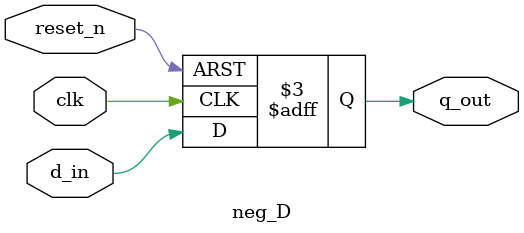
<source format=v>
`timescale 1ns / 1ps


module neg_D(
    input d_in,
    input clk,
    input reset_n,
    output reg q_out
    );
    
    always@(negedge clk or negedge reset_n)
    begin
        if(!reset_n)
            q_out <= 1'b0;
        else 
            q_out <= d_in;
    end
endmodule

</source>
